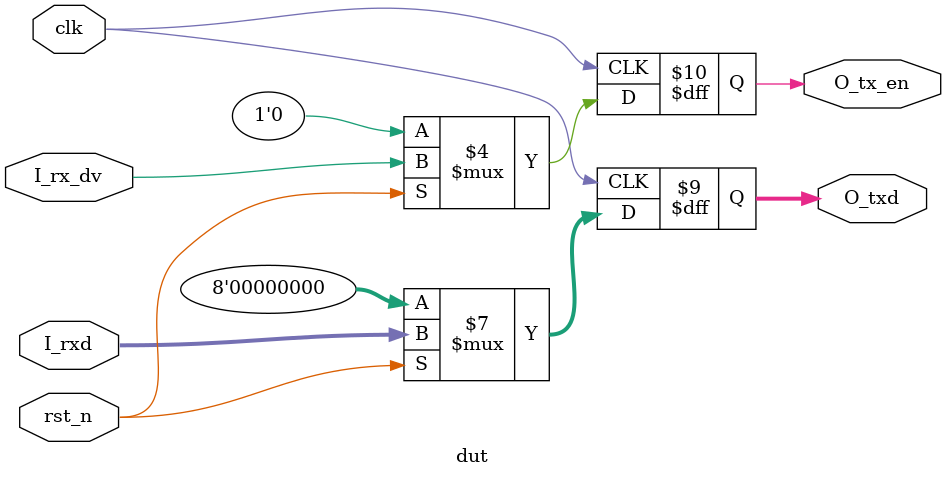
<source format=sv>
module dut(
    input               clk,
    input               rst_n,
    input       [7:0]   I_rxd    ,
    input               I_rx_dv  ,
    output reg  [7:0]   O_txd    ,
    output reg          O_tx_en
);

always @(posedge clk)
begin
    if(~rst_n) begin
        O_txd   <= 8'b0;
        O_tx_en <= 1'b0;
    end else begin
        O_txd   <= I_rxd;
        O_tx_en <= I_rx_dv;
    end
end

endmodule

</source>
